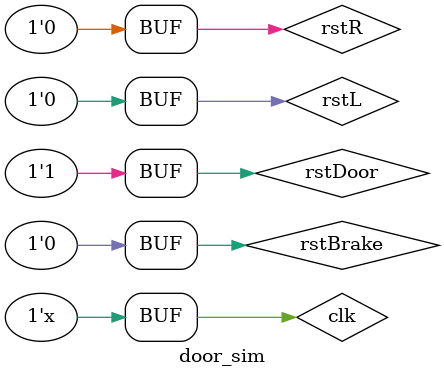
<source format=v>
module door_sim();
reg clk;
reg rstL;
reg rstR;
reg rstBrake;
reg rstDoor;
wire [2:0] ledL;
wire [2:0] ledR;
wire [6:0] ledNum1;
wire [6:0] ledNum2;

water_lamp u0(
    .clk(clk),
    .rstL(rstL),
    .ledL(ledL),
    .rstR(rstR),
    .ledR(ledR),
    .rstBrake(rstBrake),
    .rstDoor(rstDoor),
    .ledNum1(ledNum1),
    .ledNum2(ledNum2)
    );
parameter CYCLE = 10;
always # (CYCLE)clk=~clk;
    initial
        begin
        clk = 1'b0;
        rstL = 1'b0;
        rstR = 1'b0;
        rstDoor = 1'b0;
        rstBrake = 1'b0;
        #100;
        rstDoor = 1'b1;
        end
endmodule
</source>
